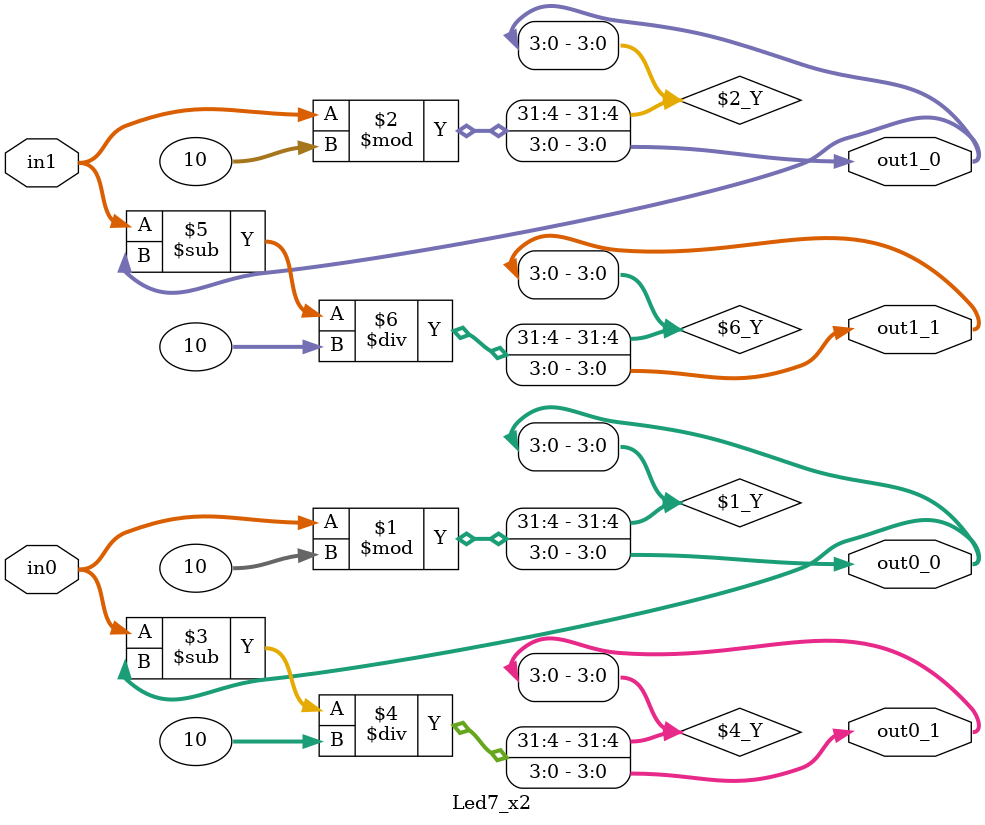
<source format=v>
module Led7_x2(out0_0, out0_1, out1_0, out1_1, in0, in1);
input[4:0] in0, in1;
output [3:0] out0_0, out0_1, out1_0, out1_1;
assign out0_0 =in0 %10;
assign out1_0 =in1 %10;
assign out0_1 = (in0 - out0_0)/10;
assign out1_1 = (in1 - out1_0)/10;
endmodule
</source>
